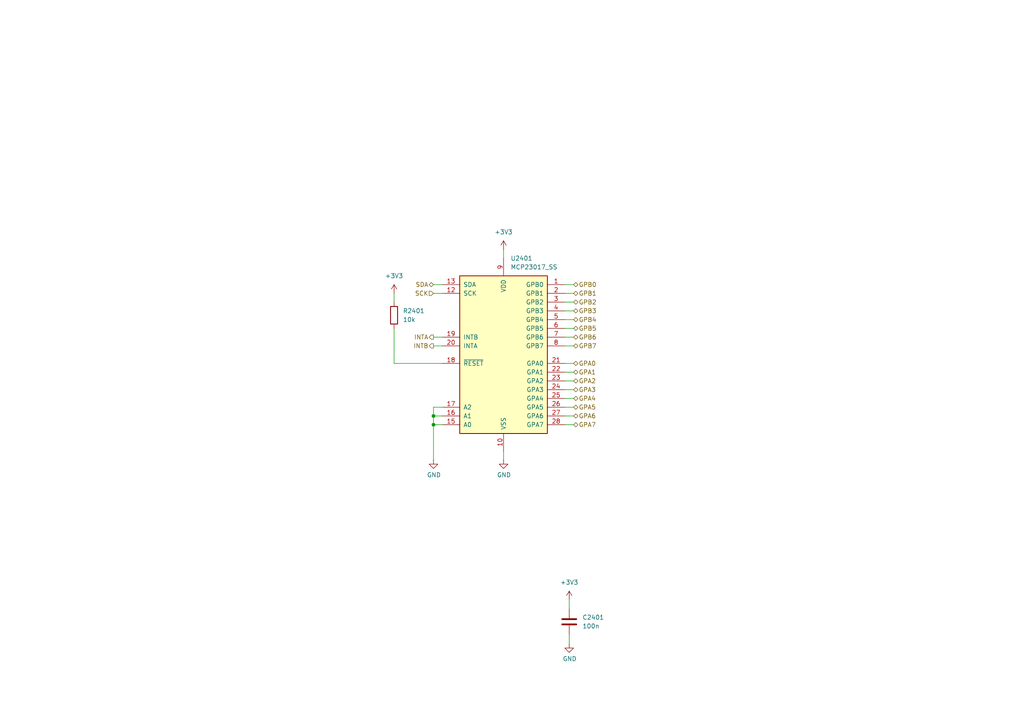
<source format=kicad_sch>
(kicad_sch (version 20211123) (generator eeschema)

  (uuid 7ccd62e4-27cc-4cda-aa97-fe713ade92e7)

  (paper "A4")

  (lib_symbols
    (symbol "Device:C" (pin_numbers hide) (pin_names (offset 0.254)) (in_bom yes) (on_board yes)
      (property "Reference" "C" (id 0) (at 0.635 2.54 0)
        (effects (font (size 1.27 1.27)) (justify left))
      )
      (property "Value" "C" (id 1) (at 0.635 -2.54 0)
        (effects (font (size 1.27 1.27)) (justify left))
      )
      (property "Footprint" "" (id 2) (at 0.9652 -3.81 0)
        (effects (font (size 1.27 1.27)) hide)
      )
      (property "Datasheet" "~" (id 3) (at 0 0 0)
        (effects (font (size 1.27 1.27)) hide)
      )
      (property "ki_keywords" "cap capacitor" (id 4) (at 0 0 0)
        (effects (font (size 1.27 1.27)) hide)
      )
      (property "ki_description" "Unpolarized capacitor" (id 5) (at 0 0 0)
        (effects (font (size 1.27 1.27)) hide)
      )
      (property "ki_fp_filters" "C_*" (id 6) (at 0 0 0)
        (effects (font (size 1.27 1.27)) hide)
      )
      (symbol "C_0_1"
        (polyline
          (pts
            (xy -2.032 -0.762)
            (xy 2.032 -0.762)
          )
          (stroke (width 0.508) (type default) (color 0 0 0 0))
          (fill (type none))
        )
        (polyline
          (pts
            (xy -2.032 0.762)
            (xy 2.032 0.762)
          )
          (stroke (width 0.508) (type default) (color 0 0 0 0))
          (fill (type none))
        )
      )
      (symbol "C_1_1"
        (pin passive line (at 0 3.81 270) (length 2.794)
          (name "~" (effects (font (size 1.27 1.27))))
          (number "1" (effects (font (size 1.27 1.27))))
        )
        (pin passive line (at 0 -3.81 90) (length 2.794)
          (name "~" (effects (font (size 1.27 1.27))))
          (number "2" (effects (font (size 1.27 1.27))))
        )
      )
    )
    (symbol "Device:R" (pin_numbers hide) (pin_names (offset 0)) (in_bom yes) (on_board yes)
      (property "Reference" "R" (id 0) (at 2.032 0 90)
        (effects (font (size 1.27 1.27)))
      )
      (property "Value" "R" (id 1) (at 0 0 90)
        (effects (font (size 1.27 1.27)))
      )
      (property "Footprint" "" (id 2) (at -1.778 0 90)
        (effects (font (size 1.27 1.27)) hide)
      )
      (property "Datasheet" "~" (id 3) (at 0 0 0)
        (effects (font (size 1.27 1.27)) hide)
      )
      (property "ki_keywords" "R res resistor" (id 4) (at 0 0 0)
        (effects (font (size 1.27 1.27)) hide)
      )
      (property "ki_description" "Resistor" (id 5) (at 0 0 0)
        (effects (font (size 1.27 1.27)) hide)
      )
      (property "ki_fp_filters" "R_*" (id 6) (at 0 0 0)
        (effects (font (size 1.27 1.27)) hide)
      )
      (symbol "R_0_1"
        (rectangle (start -1.016 -2.54) (end 1.016 2.54)
          (stroke (width 0.254) (type default) (color 0 0 0 0))
          (fill (type none))
        )
      )
      (symbol "R_1_1"
        (pin passive line (at 0 3.81 270) (length 1.27)
          (name "~" (effects (font (size 1.27 1.27))))
          (number "1" (effects (font (size 1.27 1.27))))
        )
        (pin passive line (at 0 -3.81 90) (length 1.27)
          (name "~" (effects (font (size 1.27 1.27))))
          (number "2" (effects (font (size 1.27 1.27))))
        )
      )
    )
    (symbol "Interface_Expansion:MCP23017_SS" (pin_names (offset 1.016)) (in_bom yes) (on_board yes)
      (property "Reference" "U" (id 0) (at -11.43 24.13 0)
        (effects (font (size 1.27 1.27)))
      )
      (property "Value" "MCP23017_SS" (id 1) (at 0 0 0)
        (effects (font (size 1.27 1.27)))
      )
      (property "Footprint" "Package_SO:SSOP-28_5.3x10.2mm_P0.65mm" (id 2) (at 5.08 -25.4 0)
        (effects (font (size 1.27 1.27)) (justify left) hide)
      )
      (property "Datasheet" "http://ww1.microchip.com/downloads/en/DeviceDoc/20001952C.pdf" (id 3) (at 5.08 -27.94 0)
        (effects (font (size 1.27 1.27)) (justify left) hide)
      )
      (property "ki_keywords" "I2C parallel port expander" (id 4) (at 0 0 0)
        (effects (font (size 1.27 1.27)) hide)
      )
      (property "ki_description" "16-bit I/O expander, I2C, interrupts, w pull-ups, SSOP-28" (id 5) (at 0 0 0)
        (effects (font (size 1.27 1.27)) hide)
      )
      (property "ki_fp_filters" "SSOP*5.3x10.2mm*P0.65mm*" (id 6) (at 0 0 0)
        (effects (font (size 1.27 1.27)) hide)
      )
      (symbol "MCP23017_SS_0_1"
        (rectangle (start -12.7 22.86) (end 12.7 -22.86)
          (stroke (width 0.254) (type default) (color 0 0 0 0))
          (fill (type background))
        )
      )
      (symbol "MCP23017_SS_1_1"
        (pin bidirectional line (at 17.78 20.32 180) (length 5.08)
          (name "GPB0" (effects (font (size 1.27 1.27))))
          (number "1" (effects (font (size 1.27 1.27))))
        )
        (pin power_in line (at 0 -27.94 90) (length 5.08)
          (name "VSS" (effects (font (size 1.27 1.27))))
          (number "10" (effects (font (size 1.27 1.27))))
        )
        (pin no_connect line (at -12.7 15.24 0) (length 5.08) hide
          (name "NC" (effects (font (size 1.27 1.27))))
          (number "11" (effects (font (size 1.27 1.27))))
        )
        (pin input line (at -17.78 17.78 0) (length 5.08)
          (name "SCK" (effects (font (size 1.27 1.27))))
          (number "12" (effects (font (size 1.27 1.27))))
        )
        (pin bidirectional line (at -17.78 20.32 0) (length 5.08)
          (name "SDA" (effects (font (size 1.27 1.27))))
          (number "13" (effects (font (size 1.27 1.27))))
        )
        (pin no_connect line (at -12.7 12.7 0) (length 5.08) hide
          (name "NC" (effects (font (size 1.27 1.27))))
          (number "14" (effects (font (size 1.27 1.27))))
        )
        (pin input line (at -17.78 -20.32 0) (length 5.08)
          (name "A0" (effects (font (size 1.27 1.27))))
          (number "15" (effects (font (size 1.27 1.27))))
        )
        (pin input line (at -17.78 -17.78 0) (length 5.08)
          (name "A1" (effects (font (size 1.27 1.27))))
          (number "16" (effects (font (size 1.27 1.27))))
        )
        (pin input line (at -17.78 -15.24 0) (length 5.08)
          (name "A2" (effects (font (size 1.27 1.27))))
          (number "17" (effects (font (size 1.27 1.27))))
        )
        (pin input line (at -17.78 -2.54 0) (length 5.08)
          (name "~{RESET}" (effects (font (size 1.27 1.27))))
          (number "18" (effects (font (size 1.27 1.27))))
        )
        (pin tri_state line (at -17.78 5.08 0) (length 5.08)
          (name "INTB" (effects (font (size 1.27 1.27))))
          (number "19" (effects (font (size 1.27 1.27))))
        )
        (pin bidirectional line (at 17.78 17.78 180) (length 5.08)
          (name "GPB1" (effects (font (size 1.27 1.27))))
          (number "2" (effects (font (size 1.27 1.27))))
        )
        (pin tri_state line (at -17.78 2.54 0) (length 5.08)
          (name "INTA" (effects (font (size 1.27 1.27))))
          (number "20" (effects (font (size 1.27 1.27))))
        )
        (pin bidirectional line (at 17.78 -2.54 180) (length 5.08)
          (name "GPA0" (effects (font (size 1.27 1.27))))
          (number "21" (effects (font (size 1.27 1.27))))
        )
        (pin bidirectional line (at 17.78 -5.08 180) (length 5.08)
          (name "GPA1" (effects (font (size 1.27 1.27))))
          (number "22" (effects (font (size 1.27 1.27))))
        )
        (pin bidirectional line (at 17.78 -7.62 180) (length 5.08)
          (name "GPA2" (effects (font (size 1.27 1.27))))
          (number "23" (effects (font (size 1.27 1.27))))
        )
        (pin bidirectional line (at 17.78 -10.16 180) (length 5.08)
          (name "GPA3" (effects (font (size 1.27 1.27))))
          (number "24" (effects (font (size 1.27 1.27))))
        )
        (pin bidirectional line (at 17.78 -12.7 180) (length 5.08)
          (name "GPA4" (effects (font (size 1.27 1.27))))
          (number "25" (effects (font (size 1.27 1.27))))
        )
        (pin bidirectional line (at 17.78 -15.24 180) (length 5.08)
          (name "GPA5" (effects (font (size 1.27 1.27))))
          (number "26" (effects (font (size 1.27 1.27))))
        )
        (pin bidirectional line (at 17.78 -17.78 180) (length 5.08)
          (name "GPA6" (effects (font (size 1.27 1.27))))
          (number "27" (effects (font (size 1.27 1.27))))
        )
        (pin bidirectional line (at 17.78 -20.32 180) (length 5.08)
          (name "GPA7" (effects (font (size 1.27 1.27))))
          (number "28" (effects (font (size 1.27 1.27))))
        )
        (pin bidirectional line (at 17.78 15.24 180) (length 5.08)
          (name "GPB2" (effects (font (size 1.27 1.27))))
          (number "3" (effects (font (size 1.27 1.27))))
        )
        (pin bidirectional line (at 17.78 12.7 180) (length 5.08)
          (name "GPB3" (effects (font (size 1.27 1.27))))
          (number "4" (effects (font (size 1.27 1.27))))
        )
        (pin bidirectional line (at 17.78 10.16 180) (length 5.08)
          (name "GPB4" (effects (font (size 1.27 1.27))))
          (number "5" (effects (font (size 1.27 1.27))))
        )
        (pin bidirectional line (at 17.78 7.62 180) (length 5.08)
          (name "GPB5" (effects (font (size 1.27 1.27))))
          (number "6" (effects (font (size 1.27 1.27))))
        )
        (pin bidirectional line (at 17.78 5.08 180) (length 5.08)
          (name "GPB6" (effects (font (size 1.27 1.27))))
          (number "7" (effects (font (size 1.27 1.27))))
        )
        (pin bidirectional line (at 17.78 2.54 180) (length 5.08)
          (name "GPB7" (effects (font (size 1.27 1.27))))
          (number "8" (effects (font (size 1.27 1.27))))
        )
        (pin power_in line (at 0 27.94 270) (length 5.08)
          (name "VDD" (effects (font (size 1.27 1.27))))
          (number "9" (effects (font (size 1.27 1.27))))
        )
      )
    )
    (symbol "power:+3V3" (power) (pin_names (offset 0)) (in_bom yes) (on_board yes)
      (property "Reference" "#PWR" (id 0) (at 0 -3.81 0)
        (effects (font (size 1.27 1.27)) hide)
      )
      (property "Value" "+3V3" (id 1) (at 0 3.556 0)
        (effects (font (size 1.27 1.27)))
      )
      (property "Footprint" "" (id 2) (at 0 0 0)
        (effects (font (size 1.27 1.27)) hide)
      )
      (property "Datasheet" "" (id 3) (at 0 0 0)
        (effects (font (size 1.27 1.27)) hide)
      )
      (property "ki_keywords" "power-flag" (id 4) (at 0 0 0)
        (effects (font (size 1.27 1.27)) hide)
      )
      (property "ki_description" "Power symbol creates a global label with name \"+3V3\"" (id 5) (at 0 0 0)
        (effects (font (size 1.27 1.27)) hide)
      )
      (symbol "+3V3_0_1"
        (polyline
          (pts
            (xy -0.762 1.27)
            (xy 0 2.54)
          )
          (stroke (width 0) (type default) (color 0 0 0 0))
          (fill (type none))
        )
        (polyline
          (pts
            (xy 0 0)
            (xy 0 2.54)
          )
          (stroke (width 0) (type default) (color 0 0 0 0))
          (fill (type none))
        )
        (polyline
          (pts
            (xy 0 2.54)
            (xy 0.762 1.27)
          )
          (stroke (width 0) (type default) (color 0 0 0 0))
          (fill (type none))
        )
      )
      (symbol "+3V3_1_1"
        (pin power_in line (at 0 0 90) (length 0) hide
          (name "+3V3" (effects (font (size 1.27 1.27))))
          (number "1" (effects (font (size 1.27 1.27))))
        )
      )
    )
    (symbol "power:GND" (power) (pin_names (offset 0)) (in_bom yes) (on_board yes)
      (property "Reference" "#PWR" (id 0) (at 0 -6.35 0)
        (effects (font (size 1.27 1.27)) hide)
      )
      (property "Value" "GND" (id 1) (at 0 -3.81 0)
        (effects (font (size 1.27 1.27)))
      )
      (property "Footprint" "" (id 2) (at 0 0 0)
        (effects (font (size 1.27 1.27)) hide)
      )
      (property "Datasheet" "" (id 3) (at 0 0 0)
        (effects (font (size 1.27 1.27)) hide)
      )
      (property "ki_keywords" "power-flag" (id 4) (at 0 0 0)
        (effects (font (size 1.27 1.27)) hide)
      )
      (property "ki_description" "Power symbol creates a global label with name \"GND\" , ground" (id 5) (at 0 0 0)
        (effects (font (size 1.27 1.27)) hide)
      )
      (symbol "GND_0_1"
        (polyline
          (pts
            (xy 0 0)
            (xy 0 -1.27)
            (xy 1.27 -1.27)
            (xy 0 -2.54)
            (xy -1.27 -1.27)
            (xy 0 -1.27)
          )
          (stroke (width 0) (type default) (color 0 0 0 0))
          (fill (type none))
        )
      )
      (symbol "GND_1_1"
        (pin power_in line (at 0 0 270) (length 0) hide
          (name "GND" (effects (font (size 1.27 1.27))))
          (number "1" (effects (font (size 1.27 1.27))))
        )
      )
    )
  )

  (junction (at 125.73 120.65) (diameter 0) (color 0 0 0 0)
    (uuid 0da2f1a5-34da-4806-a27b-7986bb00729d)
  )
  (junction (at 125.73 123.19) (diameter 0) (color 0 0 0 0)
    (uuid dd35ee89-daae-4325-95ab-dbe4d83e3e52)
  )

  (wire (pts (xy 125.73 100.33) (xy 128.27 100.33))
    (stroke (width 0) (type default) (color 0 0 0 0))
    (uuid 092bcf5d-51f5-4518-a779-12dd5af266da)
  )
  (wire (pts (xy 125.73 118.11) (xy 125.73 120.65))
    (stroke (width 0) (type default) (color 0 0 0 0))
    (uuid 0aa0136e-39ee-4e71-93ce-b7974ea2a7a2)
  )
  (wire (pts (xy 163.83 107.95) (xy 166.37 107.95))
    (stroke (width 0) (type default) (color 0 0 0 0))
    (uuid 3147efc0-3998-450e-a746-e0f788652ea2)
  )
  (wire (pts (xy 163.83 105.41) (xy 166.37 105.41))
    (stroke (width 0) (type default) (color 0 0 0 0))
    (uuid 360ee10c-c38b-4a1a-9dd1-884edc7da3cf)
  )
  (wire (pts (xy 128.27 120.65) (xy 125.73 120.65))
    (stroke (width 0) (type default) (color 0 0 0 0))
    (uuid 3dd7608a-fc7f-40c9-bce4-4a6eeb13634f)
  )
  (wire (pts (xy 125.73 97.79) (xy 128.27 97.79))
    (stroke (width 0) (type default) (color 0 0 0 0))
    (uuid 49a67c10-e635-44c1-b6db-3f34c8a6b93c)
  )
  (wire (pts (xy 163.83 118.11) (xy 166.37 118.11))
    (stroke (width 0) (type default) (color 0 0 0 0))
    (uuid 51f50483-3f85-479e-897f-10ffe3fb8125)
  )
  (wire (pts (xy 128.27 105.41) (xy 114.3 105.41))
    (stroke (width 0) (type default) (color 0 0 0 0))
    (uuid 57fb1adb-04ab-4115-9231-38d13496ff41)
  )
  (wire (pts (xy 125.73 120.65) (xy 125.73 123.19))
    (stroke (width 0) (type default) (color 0 0 0 0))
    (uuid 59d7f4cc-906c-4201-9d2c-6b53c6e9cfbc)
  )
  (wire (pts (xy 163.83 110.49) (xy 166.37 110.49))
    (stroke (width 0) (type default) (color 0 0 0 0))
    (uuid 5c72db08-48bd-443e-8ab9-9a2c28b80924)
  )
  (wire (pts (xy 163.83 85.09) (xy 166.37 85.09))
    (stroke (width 0) (type default) (color 0 0 0 0))
    (uuid 6a2e2644-5977-42f6-809a-1ad2af0782d1)
  )
  (wire (pts (xy 163.83 90.17) (xy 166.37 90.17))
    (stroke (width 0) (type default) (color 0 0 0 0))
    (uuid 73db2e38-a135-4d99-9ba3-de993740ca00)
  )
  (wire (pts (xy 128.27 118.11) (xy 125.73 118.11))
    (stroke (width 0) (type default) (color 0 0 0 0))
    (uuid 799eff67-dcad-4e27-ad79-6496a5184685)
  )
  (wire (pts (xy 165.1 173.99) (xy 165.1 176.53))
    (stroke (width 0) (type default) (color 0 0 0 0))
    (uuid 858003ae-2155-4eb5-b9ba-a9bf63e65543)
  )
  (wire (pts (xy 163.83 95.25) (xy 166.37 95.25))
    (stroke (width 0) (type default) (color 0 0 0 0))
    (uuid 8c008ee9-c87f-4828-9ffe-07de91088caf)
  )
  (wire (pts (xy 163.83 100.33) (xy 166.37 100.33))
    (stroke (width 0) (type default) (color 0 0 0 0))
    (uuid 8e23cf42-e640-4633-b0a3-5e3f861d3ef8)
  )
  (wire (pts (xy 163.83 87.63) (xy 166.37 87.63))
    (stroke (width 0) (type default) (color 0 0 0 0))
    (uuid 9501cec9-1f04-4db7-a9b4-2525ecb9e3cd)
  )
  (wire (pts (xy 114.3 85.09) (xy 114.3 87.63))
    (stroke (width 0) (type default) (color 0 0 0 0))
    (uuid 98fadf6a-8eba-4ba4-aa9a-f2f918b79f5f)
  )
  (wire (pts (xy 146.05 133.35) (xy 146.05 130.81))
    (stroke (width 0) (type default) (color 0 0 0 0))
    (uuid 9a2e7939-be83-4078-ace6-378bc3124e28)
  )
  (wire (pts (xy 125.73 123.19) (xy 125.73 133.35))
    (stroke (width 0) (type default) (color 0 0 0 0))
    (uuid a0c2803e-001b-4e68-b5a0-5b1b4520df7c)
  )
  (wire (pts (xy 146.05 72.39) (xy 146.05 74.93))
    (stroke (width 0) (type default) (color 0 0 0 0))
    (uuid b58d40b0-63e3-4712-96b5-6b174342efd3)
  )
  (wire (pts (xy 163.83 120.65) (xy 166.37 120.65))
    (stroke (width 0) (type default) (color 0 0 0 0))
    (uuid c013acf7-7cd6-4c0e-9be2-be77b7cb8848)
  )
  (wire (pts (xy 125.73 82.55) (xy 128.27 82.55))
    (stroke (width 0) (type default) (color 0 0 0 0))
    (uuid c4c67a6b-0ec3-47a5-a36f-639b8e6ffcb6)
  )
  (wire (pts (xy 163.83 97.79) (xy 166.37 97.79))
    (stroke (width 0) (type default) (color 0 0 0 0))
    (uuid cf972c0f-05a7-44aa-8d67-918eb6f6f81e)
  )
  (wire (pts (xy 163.83 82.55) (xy 166.37 82.55))
    (stroke (width 0) (type default) (color 0 0 0 0))
    (uuid d2763f1c-9cf2-45d0-98e6-f83e791bb450)
  )
  (wire (pts (xy 165.1 186.69) (xy 165.1 184.15))
    (stroke (width 0) (type default) (color 0 0 0 0))
    (uuid d2ae1718-f8c6-4b87-8cd5-76ec0b0469dc)
  )
  (wire (pts (xy 125.73 85.09) (xy 128.27 85.09))
    (stroke (width 0) (type default) (color 0 0 0 0))
    (uuid e5e59846-cf5e-4bcc-8b10-94915debf872)
  )
  (wire (pts (xy 114.3 105.41) (xy 114.3 95.25))
    (stroke (width 0) (type default) (color 0 0 0 0))
    (uuid eb72839f-1c9c-41ba-bd2c-1086edfe92a1)
  )
  (wire (pts (xy 128.27 123.19) (xy 125.73 123.19))
    (stroke (width 0) (type default) (color 0 0 0 0))
    (uuid f1135622-be14-4639-8822-231809c792b2)
  )
  (wire (pts (xy 163.83 123.19) (xy 166.37 123.19))
    (stroke (width 0) (type default) (color 0 0 0 0))
    (uuid f36c4bd3-88c2-4982-b831-ff079cb4dcb9)
  )
  (wire (pts (xy 163.83 115.57) (xy 166.37 115.57))
    (stroke (width 0) (type default) (color 0 0 0 0))
    (uuid f3bb2890-481f-41ba-8f85-9a3840c670ce)
  )
  (wire (pts (xy 163.83 113.03) (xy 166.37 113.03))
    (stroke (width 0) (type default) (color 0 0 0 0))
    (uuid f86e9d82-c938-44e9-adf2-4adfdf139168)
  )
  (wire (pts (xy 163.83 92.71) (xy 166.37 92.71))
    (stroke (width 0) (type default) (color 0 0 0 0))
    (uuid ffcc8fbd-444c-417d-bb55-a3fe4cd688d6)
  )

  (hierarchical_label "GPB7" (shape bidirectional) (at 166.37 100.33 0)
    (effects (font (size 1.27 1.27)) (justify left))
    (uuid 0ce41cae-ddf7-417e-91de-47a06e0af933)
  )
  (hierarchical_label "GPB5" (shape bidirectional) (at 166.37 95.25 0)
    (effects (font (size 1.27 1.27)) (justify left))
    (uuid 44cb048e-9701-4140-9744-4ed962927534)
  )
  (hierarchical_label "GPA1" (shape bidirectional) (at 166.37 107.95 0)
    (effects (font (size 1.27 1.27)) (justify left))
    (uuid 49c3b64c-e4ab-47a9-9620-c57eb29c56f5)
  )
  (hierarchical_label "GPB1" (shape bidirectional) (at 166.37 85.09 0)
    (effects (font (size 1.27 1.27)) (justify left))
    (uuid 66dfacc1-0771-42c4-804f-040f071c3b0c)
  )
  (hierarchical_label "GPB0" (shape bidirectional) (at 166.37 82.55 0)
    (effects (font (size 1.27 1.27)) (justify left))
    (uuid 74ea34de-c03f-4bc1-928e-0ad064191ca7)
  )
  (hierarchical_label "GPA2" (shape bidirectional) (at 166.37 110.49 0)
    (effects (font (size 1.27 1.27)) (justify left))
    (uuid 7da705de-4db2-45d6-bc53-7c1974e594f6)
  )
  (hierarchical_label "GPA7" (shape bidirectional) (at 166.37 123.19 0)
    (effects (font (size 1.27 1.27)) (justify left))
    (uuid 8985a1ce-9ce3-46fd-94fc-ed0953558fa2)
  )
  (hierarchical_label "GPA6" (shape bidirectional) (at 166.37 120.65 0)
    (effects (font (size 1.27 1.27)) (justify left))
    (uuid 8e7b8de6-180f-43f3-87d7-77fcecf622e0)
  )
  (hierarchical_label "GPB4" (shape bidirectional) (at 166.37 92.71 0)
    (effects (font (size 1.27 1.27)) (justify left))
    (uuid 941b19a2-ef00-470e-ab81-be97619ce8da)
  )
  (hierarchical_label "GPB6" (shape bidirectional) (at 166.37 97.79 0)
    (effects (font (size 1.27 1.27)) (justify left))
    (uuid a4c7322a-ae06-41c2-a555-d24efd3faad2)
  )
  (hierarchical_label "SCK" (shape input) (at 125.73 85.09 180)
    (effects (font (size 1.27 1.27)) (justify right))
    (uuid ac5a3e44-3b56-4ef9-823b-d5e9c8d4e9cf)
  )
  (hierarchical_label "GPA3" (shape bidirectional) (at 166.37 113.03 0)
    (effects (font (size 1.27 1.27)) (justify left))
    (uuid b7222f9b-96c8-4c8f-94f2-f6a9521f0296)
  )
  (hierarchical_label "GPB3" (shape bidirectional) (at 166.37 90.17 0)
    (effects (font (size 1.27 1.27)) (justify left))
    (uuid c273467e-6952-4e10-902f-a2fd9b548ac3)
  )
  (hierarchical_label "INTA" (shape output) (at 125.73 97.79 180)
    (effects (font (size 1.27 1.27)) (justify right))
    (uuid c9bbfdcf-8cc4-44b9-a1dd-6da313d4b4c1)
  )
  (hierarchical_label "GPA4" (shape bidirectional) (at 166.37 115.57 0)
    (effects (font (size 1.27 1.27)) (justify left))
    (uuid cff383ba-23b6-4a8b-9ea1-0d743ec548c0)
  )
  (hierarchical_label "INTB" (shape output) (at 125.73 100.33 180)
    (effects (font (size 1.27 1.27)) (justify right))
    (uuid d53b7c7f-3500-447f-ab05-213dc32804eb)
  )
  (hierarchical_label "GPA5" (shape bidirectional) (at 166.37 118.11 0)
    (effects (font (size 1.27 1.27)) (justify left))
    (uuid d68a2355-b027-4e08-9246-2d3d0b3747cc)
  )
  (hierarchical_label "GPA0" (shape bidirectional) (at 166.37 105.41 0)
    (effects (font (size 1.27 1.27)) (justify left))
    (uuid e6c88b95-6bbb-47ff-ada4-4e7c86fbb309)
  )
  (hierarchical_label "SDA" (shape bidirectional) (at 125.73 82.55 180)
    (effects (font (size 1.27 1.27)) (justify right))
    (uuid e7a55f93-bd84-4e33-84d8-a62c7a9afbb7)
  )
  (hierarchical_label "GPB2" (shape bidirectional) (at 166.37 87.63 0)
    (effects (font (size 1.27 1.27)) (justify left))
    (uuid eed0563b-6762-444c-9112-7d220b52543a)
  )

  (symbol (lib_id "power:+3V3") (at 114.3 85.09 0) (unit 1)
    (in_bom yes) (on_board yes) (fields_autoplaced)
    (uuid 0ccac1cb-fe28-40ed-a37c-48e65ba3246d)
    (property "Reference" "#PWR02402" (id 0) (at 114.3 88.9 0)
      (effects (font (size 1.27 1.27)) hide)
    )
    (property "Value" "+3V3" (id 1) (at 114.3 80.01 0))
    (property "Footprint" "" (id 2) (at 114.3 85.09 0)
      (effects (font (size 1.27 1.27)) hide)
    )
    (property "Datasheet" "" (id 3) (at 114.3 85.09 0)
      (effects (font (size 1.27 1.27)) hide)
    )
    (pin "1" (uuid 3e8a4f17-8691-4fba-9724-7e8047a7d9f5))
  )

  (symbol (lib_id "Interface_Expansion:MCP23017_SS") (at 146.05 102.87 0) (unit 1)
    (in_bom yes) (on_board yes) (fields_autoplaced)
    (uuid 1dace944-48c4-4d4d-9b4b-912eafb1a6e6)
    (property "Reference" "U2401" (id 0) (at 148.0694 74.93 0)
      (effects (font (size 1.27 1.27)) (justify left))
    )
    (property "Value" "MCP23017_SS" (id 1) (at 148.0694 77.47 0)
      (effects (font (size 1.27 1.27)) (justify left))
    )
    (property "Footprint" "Package_SO:SSOP-28_5.3x10.2mm_P0.65mm" (id 2) (at 151.13 128.27 0)
      (effects (font (size 1.27 1.27)) (justify left) hide)
    )
    (property "Datasheet" "http://ww1.microchip.com/downloads/en/DeviceDoc/20001952C.pdf" (id 3) (at 151.13 130.81 0)
      (effects (font (size 1.27 1.27)) (justify left) hide)
    )
    (pin "1" (uuid 80eaa54a-08aa-4ee4-9c1d-c7fa611826a9))
    (pin "10" (uuid e80fcb98-83e9-4ae9-a6d0-0712665d7c36))
    (pin "11" (uuid e65f4d89-7d9c-4e73-9805-71d5cc6d8b3e))
    (pin "12" (uuid 0f5d7aef-6d71-4c87-9c16-9fdeb8df8b20))
    (pin "13" (uuid 2da806f6-4a99-4005-acde-04aa40988a5d))
    (pin "14" (uuid 4848973b-708a-402e-8c15-f5687c8721a6))
    (pin "15" (uuid dca3bada-f2f1-4618-86dc-5589c007241a))
    (pin "16" (uuid c060f483-af70-440f-b00a-c066b6640401))
    (pin "17" (uuid 09b639cf-fbfc-42fb-bc00-f5438ffc8b13))
    (pin "18" (uuid aa415302-843f-4fe1-97e7-31a69c0b1bd6))
    (pin "19" (uuid 5268d115-46b7-4102-9263-22112c7d543f))
    (pin "2" (uuid a7af4c7f-581b-40e4-9cd0-aca51308e3a0))
    (pin "20" (uuid 278010cf-35e0-490d-84e2-f8ca256614ee))
    (pin "21" (uuid d3eac904-908c-4c18-abdb-776f0ff9d5d8))
    (pin "22" (uuid 0aba3b90-b75d-4450-9aa2-ae93d5986671))
    (pin "23" (uuid 2a79d395-72b3-4556-8960-d814f1fe2ec7))
    (pin "24" (uuid b2b6d08d-15d6-4664-bf33-446f082e8248))
    (pin "25" (uuid 6ecdf4d1-e842-46ba-a700-60567ecbfd32))
    (pin "26" (uuid 204595e6-3ad2-4e1f-92c0-7191e3c34210))
    (pin "27" (uuid fe22f874-ecb9-4174-a96e-fb2c9fd1a861))
    (pin "28" (uuid e642fc5c-293f-499f-bc40-7dfd10a6281c))
    (pin "3" (uuid 46d580eb-19f1-4f4e-82e6-8e5c9a014557))
    (pin "4" (uuid 5a511fd4-5017-4324-817c-ae0f30a30dd9))
    (pin "5" (uuid eea7e73b-1806-4331-ab6d-ee761066a69a))
    (pin "6" (uuid 3faa15fb-4f81-43f1-a401-3c660f29d26f))
    (pin "7" (uuid b5267f21-e889-4d5f-ab82-812039ce5a4f))
    (pin "8" (uuid 5b95f9a8-3ef8-4d9a-b82b-29a6b551c0e5))
    (pin "9" (uuid 55b19c7b-4939-4bd6-b403-4682fb73dbf8))
  )

  (symbol (lib_id "power:GND") (at 125.73 133.35 0) (unit 1)
    (in_bom yes) (on_board yes)
    (uuid 3b032e5e-9eca-44a1-bdcb-8a1f80754daf)
    (property "Reference" "#PWR02403" (id 0) (at 125.73 139.7 0)
      (effects (font (size 1.27 1.27)) hide)
    )
    (property "Value" "GND" (id 1) (at 125.857 137.7442 0))
    (property "Footprint" "" (id 2) (at 125.73 133.35 0)
      (effects (font (size 1.27 1.27)) hide)
    )
    (property "Datasheet" "" (id 3) (at 125.73 133.35 0)
      (effects (font (size 1.27 1.27)) hide)
    )
    (pin "1" (uuid 3a040ff5-8f7b-44ed-87fc-18ea8b36e808))
  )

  (symbol (lib_id "Device:C") (at 165.1 180.34 0) (unit 1)
    (in_bom yes) (on_board yes) (fields_autoplaced)
    (uuid 4107f71d-bb1a-4837-9dd1-4102b3c01be0)
    (property "Reference" "C2401" (id 0) (at 168.91 179.0699 0)
      (effects (font (size 1.27 1.27)) (justify left))
    )
    (property "Value" "100n" (id 1) (at 168.91 181.6099 0)
      (effects (font (size 1.27 1.27)) (justify left))
    )
    (property "Footprint" "Capacitor_SMD:C_0603_1608Metric" (id 2) (at 166.0652 184.15 0)
      (effects (font (size 1.27 1.27)) hide)
    )
    (property "Datasheet" "~" (id 3) (at 165.1 180.34 0)
      (effects (font (size 1.27 1.27)) hide)
    )
    (pin "1" (uuid 79369ba0-1676-41f5-99a3-0a45701b5b3e))
    (pin "2" (uuid 08e4948e-d9a4-42d2-833d-57e4c3d0aae8))
  )

  (symbol (lib_id "power:GND") (at 146.05 133.35 0) (unit 1)
    (in_bom yes) (on_board yes)
    (uuid b6724daf-1e92-4669-80fe-101c83ed085f)
    (property "Reference" "#PWR02404" (id 0) (at 146.05 139.7 0)
      (effects (font (size 1.27 1.27)) hide)
    )
    (property "Value" "GND" (id 1) (at 146.177 137.7442 0))
    (property "Footprint" "" (id 2) (at 146.05 133.35 0)
      (effects (font (size 1.27 1.27)) hide)
    )
    (property "Datasheet" "" (id 3) (at 146.05 133.35 0)
      (effects (font (size 1.27 1.27)) hide)
    )
    (pin "1" (uuid 44614379-431e-4fd0-82d5-ce1afc688c1b))
  )

  (symbol (lib_id "power:+3V3") (at 146.05 72.39 0) (unit 1)
    (in_bom yes) (on_board yes) (fields_autoplaced)
    (uuid cb2ede3a-d97d-4162-8472-e00fa99ceb05)
    (property "Reference" "#PWR02401" (id 0) (at 146.05 76.2 0)
      (effects (font (size 1.27 1.27)) hide)
    )
    (property "Value" "+3V3" (id 1) (at 146.05 67.31 0))
    (property "Footprint" "" (id 2) (at 146.05 72.39 0)
      (effects (font (size 1.27 1.27)) hide)
    )
    (property "Datasheet" "" (id 3) (at 146.05 72.39 0)
      (effects (font (size 1.27 1.27)) hide)
    )
    (pin "1" (uuid a2286fce-e8a1-4776-9f7e-ac0e13542c48))
  )

  (symbol (lib_id "power:+3V3") (at 165.1 173.99 0) (unit 1)
    (in_bom yes) (on_board yes) (fields_autoplaced)
    (uuid cfe2bb48-967b-4efe-9c1e-92eb2cfef39d)
    (property "Reference" "#PWR02405" (id 0) (at 165.1 177.8 0)
      (effects (font (size 1.27 1.27)) hide)
    )
    (property "Value" "+3V3" (id 1) (at 165.1 168.91 0))
    (property "Footprint" "" (id 2) (at 165.1 173.99 0)
      (effects (font (size 1.27 1.27)) hide)
    )
    (property "Datasheet" "" (id 3) (at 165.1 173.99 0)
      (effects (font (size 1.27 1.27)) hide)
    )
    (pin "1" (uuid c2b0300a-1199-416e-a740-01a8022febb4))
  )

  (symbol (lib_id "Device:R") (at 114.3 91.44 0) (unit 1)
    (in_bom yes) (on_board yes) (fields_autoplaced)
    (uuid d3132c09-4bcd-4f6b-9e42-338ce962a52d)
    (property "Reference" "R2401" (id 0) (at 116.84 90.1699 0)
      (effects (font (size 1.27 1.27)) (justify left))
    )
    (property "Value" "10k" (id 1) (at 116.84 92.7099 0)
      (effects (font (size 1.27 1.27)) (justify left))
    )
    (property "Footprint" "Resistor_SMD:R_0603_1608Metric" (id 2) (at 112.522 91.44 90)
      (effects (font (size 1.27 1.27)) hide)
    )
    (property "Datasheet" "~" (id 3) (at 114.3 91.44 0)
      (effects (font (size 1.27 1.27)) hide)
    )
    (pin "1" (uuid dd83141c-b390-4367-bc47-0aa55ff32239))
    (pin "2" (uuid 9c275c3a-c3cc-4448-8211-9d3b0df25a27))
  )

  (symbol (lib_id "power:GND") (at 165.1 186.69 0) (unit 1)
    (in_bom yes) (on_board yes)
    (uuid ff44c05a-b265-4157-88a3-04e921cc3585)
    (property "Reference" "#PWR02406" (id 0) (at 165.1 193.04 0)
      (effects (font (size 1.27 1.27)) hide)
    )
    (property "Value" "GND" (id 1) (at 165.227 191.0842 0))
    (property "Footprint" "" (id 2) (at 165.1 186.69 0)
      (effects (font (size 1.27 1.27)) hide)
    )
    (property "Datasheet" "" (id 3) (at 165.1 186.69 0)
      (effects (font (size 1.27 1.27)) hide)
    )
    (pin "1" (uuid 8e6d12b2-d846-4df1-9a2f-3e2162a44597))
  )
)

</source>
